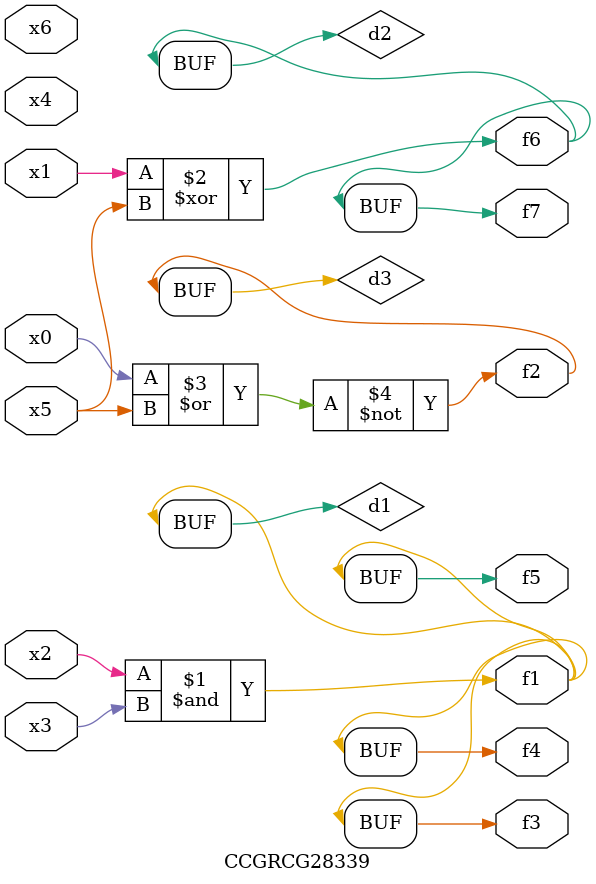
<source format=v>
module CCGRCG28339(
	input x0, x1, x2, x3, x4, x5, x6,
	output f1, f2, f3, f4, f5, f6, f7
);

	wire d1, d2, d3;

	and (d1, x2, x3);
	xor (d2, x1, x5);
	nor (d3, x0, x5);
	assign f1 = d1;
	assign f2 = d3;
	assign f3 = d1;
	assign f4 = d1;
	assign f5 = d1;
	assign f6 = d2;
	assign f7 = d2;
endmodule

</source>
